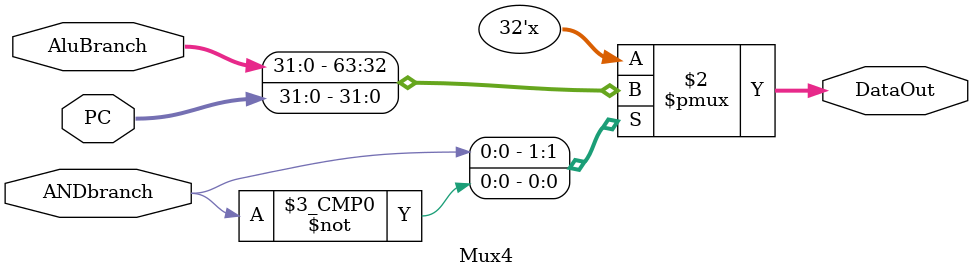
<source format=v>

module Mux4
(
	//Entradas
	input wire ANDbranch,           //Resultado de la compuerta AND
	input wire [31:0] PC,           //Dato del ciclo fetch
	input wire [31:0] AluBranch,    //Shift letf + (PC + 4)
	
	//Salida
	output reg [31:0] DataOut    //Dato de salida
);

always @(*) begin
	case (ANDbranch)
		1'b1: begin
			DataOut = AluBranch;
		end
		1'b0: begin
			DataOut = PC;
		end
	endcase
end

endmodule

</source>
